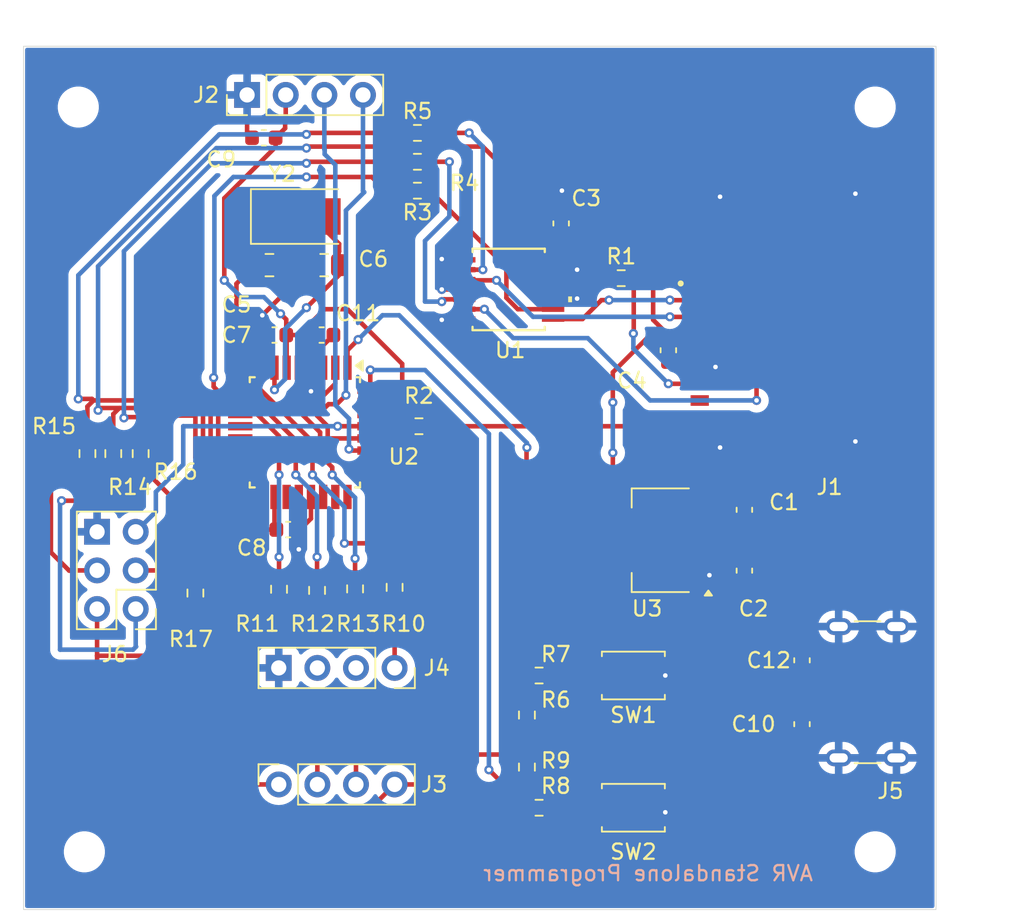
<source format=kicad_pcb>
(kicad_pcb (version 20240108) (generator "pcbnew") (generator_version "8.0")
  (layers (0 "F.Cu" signal) (31 "B.Cu" signal) (34 "B.Paste" user) (35 "F.Paste" user) (36 "B.SilkS" user "B.Silkscreen") (37 "F.SilkS" user "F.Silkscreen") (38 "B.Mask" user) (39 "F.Mask" user) (44 "Edge.Cuts" user))
  (net 0 "")
  (net 1 "+5V")
  (net 2 "GND")
  (net 3 "+3.3V")
  (net 4 "/MCU/XTAL2")
  (net 5 "/MCU/XTAL1")
  (net 6 "+5VA")
  (net 9 "/SD_Card/CS_LLS")
  (net 10 "/SD_Card/SCK_LLS")
  (net 11 "/SD_Card/DI_LLS")
  (net 12 "/SD_Card/D0_LLS")
  (net 14 "/MCU/SCL")
  (net 15 "/MCU/SDA")
  (net 16 "Net-(J3-Pin_3)")
  (net 17 "Net-(J3-Pin_2)")
  (net 18 "Net-(J3-Pin_1)")
  (net 21 "Net-(J4-Pin_1)")
  (net 24 "Net-(J6-SCK)")
  (net 25 "Net-(J6-MOSI)")
  (net 26 "/MCU/RESET")
  (net 27 "Net-(J6-MISO)")
  (net 28 "Net-(U1-4A)")
  (net 29 "/MCU/SD_SS")
  (net 30 "Net-(U1-3A)")
  (net 31 "/MCU/SCK")
  (net 32 "Net-(U1-2A)")
  (net 33 "/MCU/MOSI")
  (net 34 "Net-(U1-1A)")
  (net 35 "/Input/UP")
  (net 36 "Net-(SW1A-B)")
  (net 37 "/Input/DOWN")
  (net 38 "/MCU/S_SS_RESET")
  (net 39 "/MCU/S_MOSI")
  (net 40 "/MCU/S_MISO")
  (net 41 "/MCU/S_SCK")
  (net 42 "/MCU/MISO")
  (net 54 "Net-(SW2A-B)")
  (footprint "Resistor_SMD:R_0603_1608Metric" (layer "F.Cu") (at 134.9 65.6)
    (property "Reference" "R4")
    (property "Value" "3.3k")
  )
  (footprint "Resistor_SMD:R_0603_1608Metric" (layer "F.Cu") (at 114.9 84.8 -90)
    (property "Reference" "R14")
    (property "Value" "330R")
  )
  (footprint "Capacitor_SMD:C_0603_1608Metric" (layer "F.Cu") (at 124.8 64.02 180)
    (property "Reference" "C9")
    (property "Value" "10uF")
  )
  (footprint "Capacitor_SMD:C_0603_1608Metric" (layer "F.Cu") (at 160.1875 102.6 -90)
    (property "Reference" "C10")
    (property "Value" "10uF")
  )
  (footprint "Package_QFP:TQFP-32_7x7mm_P0.8mm" (layer "F.Cu") (at 127.5 83.4 -90)
    (property "Reference" "U2")
    (property "Value" "ATmega328P-A")
  )
  (footprint "CUI_MSD-3-A:CUI_MSD-3-A" (layer "F.Cu") (at 161.6625 75.85675 90)
    (property "Reference" "J1")
    (property "Value" "MSD-3-A")
  )
  (footprint "MountingHole:MountingHole_2.2mm_M2" (layer "F.Cu") (at 112.6 62)
    (property "Reference" "H1")
    (property "Value" "MountingHole")
  )
  (footprint "MountingHole:MountingHole_2.2mm_M2" (layer "F.Cu") (at 165 111)
    (property "Reference" "H3")
    (property "Value" "MountingHole")
  )
  (footprint "Resistor_SMD:R_0603_1608Metric" (layer "F.Cu") (at 148.3 73.25675)
    (property "Reference" "R1")
    (property "Value" "3.3k")
  )
  (footprint "Resistor_SMD:R_0603_1608Metric" (layer "F.Cu") (at 125.8 93.725 90)
    (property "Reference" "R11")
    (property "Value" "0R")
  )
  (footprint "Connector_PinSocket_2.54mm:PinSocket_1x04_P2.54mm_Vertical" (layer "F.Cu") (at 133.4 98.9 -90)
    (property "Reference" "J4")
    (property "Value" "Conn_01x04_Socket")
  )
  (footprint "Resistor_SMD:R_0603_1608Metric" (layer "F.Cu") (at 142.9 108.1)
    (property "Reference" "R8")
    (property "Value" "1k")
  )
  (footprint "Resistor_SMD:R_0603_1608Metric" (layer "F.Cu") (at 134.9 67.5 180)
    (property "Reference" "R3")
    (property "Value" "3.3k")
  )
  (footprint "Package_TO_SOT_SMD:SOT-223-3_TabPin2" (layer "F.Cu") (at 150.9 90.5 180)
    (property "Reference" "U3")
    (property "Value" "LD1117S33TR_SOT223")
  )
  (footprint "Resistor_SMD:R_0603_1608Metric" (layer "F.Cu") (at 134.9 63.7)
    (property "Reference" "R5")
    (property "Value" "3.3k")
  )
  (footprint "MountingHole:MountingHole_2.2mm_M2" (layer "F.Cu") (at 113 111)
    (property "Reference" "H4")
    (property "Value" "MountingHole")
  )
  (footprint "Capacitor_SMD:C_0603_1608Metric" (layer "F.Cu") (at 128.6 77)
    (property "Reference" "C11")
    (property "Value" "100nF")
  )
  (footprint "Connector_USB:USB_C_Receptacle_GCT_USB4125-xx-x_6P_TopMnt_Horizontal" (layer "F.Cu") (at 165.6 100.5 90)
    (property "Reference" "J5")
    (property "Value" "USB_C_Receptacle_PowerOnly_6P")
  )
  (footprint "Capacitor_SMD:C_0603_1608Metric" (layer "F.Cu") (at 156.4 88.5 90)
    (property "Reference" "C1")
    (property "Value" "100nF")
  )
  (footprint "74LPV125apw:SOT402-1_NEX" (layer "F.Cu") (at 140.9 74)
    (property "Reference" "U1")
    (property "Value" "74LVC125APW")
  )
  (footprint "Resistor_SMD:R_0603_1608Metric" (layer "F.Cu") (at 130.8 93.7 90)
    (property "Reference" "R13")
    (property "Value" "0R")
  )
  (footprint "Resistor_SMD:R_0603_1608Metric" (layer "F.Cu") (at 116.7 84.8 -90)
    (property "Reference" "R16")
    (property "Value" "330R")
  )
  (footprint "Capacitor_SMD:C_0805_2012Metric" (layer "F.Cu") (at 128.77 72.4 180)
    (property "Reference" "C6")
    (property "Value" "22uF")
  )
  (footprint "Capacitor_SMD:C_0603_1608Metric" (layer "F.Cu") (at 156.4 92.5 -90)
    (property "Reference" "C2")
    (property "Value" "10uF")
  )
  (footprint "Connector_PinHeader_2.54mm:PinHeader_2x03_P2.54mm_Vertical" (layer "F.Cu") (at 116.375 95.025 180)
    (property "Reference" "J6")
    (property "Value" "AVR-ISP-6")
  )
  (footprint "Capacitor_SMD:C_0603_1608Metric" (layer "F.Cu") (at 144.35 69.65675 90)
    (property "Reference" "C3")
    (property "Value" "100nF")
  )
  (footprint "Capacitor_SMD:C_0603_1608Metric" (layer "F.Cu") (at 151.4 78 -90)
    (property "Reference" "C4")
    (property "Value" "100nF")
  )
  (footprint "Connector_PinHeader_2.54mm:PinHeader_1x04_P2.54mm_Vertical" (layer "F.Cu") (at 123.7 61.2 90)
    (property "Reference" "J2")
    (property "Value" "Conn_01x04_Pin")
  )
  (footprint "Resistor_SMD:R_0603_1608Metric" (layer "F.Cu") (at 133.4 93.6 -90)
    (property "Reference" "R10")
    (property "Value" "0R")
  )
  (footprint "Capacitor_SMD:C_0603_1608Metric" (layer "F.Cu") (at 160.1875 98.4 90)
    (property "Reference" "C12")
    (property "Value" "10uF")
  )
  (footprint "Resistor_SMD:R_0603_1608Metric" (layer "F.Cu") (at 135 83)
    (property "Reference" "R2")
    (property "Value" "1k")
  )
  (footprint "Button_Switch_SMD:SW_Push_SPST_NO_Alps_SKRK" (layer "F.Cu") (at 149.1 99.4 180)
    (property "Reference" "SW1")
    (property "Value" "SW_DPST_x2")
  )
  (footprint "Connector_PinSocket_2.54mm:PinSocket_1x04_P2.54mm_Vertical" (layer "F.Cu") (at 125.78 106.567 90)
    (property "Reference" "J3")
    (property "Value" "Conn_01x04_Socket")
  )
  (footprint "Resistor_SMD:R_0603_1608Metric" (layer "F.Cu") (at 120.3 93.975 -90)
    (property "Reference" "R17")
    (property "Value" "100")
  )
  (footprint "Button_Switch_SMD:SW_Push_SPST_NO_Alps_SKRK" (layer "F.Cu") (at 149.1 108.1 180)
    (property "Reference" "SW2")
    (property "Value" "SW_DPST_x2")
  )
  (footprint "Resistor_SMD:R_0603_1608Metric" (layer "F.Cu") (at 142.1 102 -90)
    (property "Reference" "R6")
    (property "Value" "10k")
  )
  (footprint "Capacitor_SMD:C_0603_1608Metric" (layer "F.Cu") (at 126.4 89.8)
    (property "Reference" "C8")
    (property "Value" "10uF")
  )
  (footprint "Capacitor_SMD:C_0603_1608Metric" (layer "F.Cu") (at 125.5 77 180)
    (property "Reference" "C7")
    (property "Value" "100nF")
  )
  (footprint "Resistor_SMD:R_0603_1608Metric" (layer "F.Cu") (at 142.1 105.425 90)
    (property "Reference" "R9")
    (property "Value" "10k")
  )
  (footprint "Resistor_SMD:R_0603_1608Metric" (layer "F.Cu") (at 113.2 84.8 -90)
    (property "Reference" "R15")
    (property "Value" "330R")
  )
  (footprint "Resistor_SMD:R_0603_1608Metric" (layer "F.Cu") (at 128.3 93.8 90)
    (property "Reference" "R12")
    (property "Value" "0R")
  )
  (footprint "Crystal:Crystal_SMD_5032-2Pin_5.0x3.2mm" (layer "F.Cu") (at 127 69.2)
    (property "Reference" "Y2")
    (property "Value" "16Mhz")
  )
  (footprint "MountingHole:MountingHole_2.2mm_M2" (layer "F.Cu") (at 165 62)
    (property "Reference" "H2")
    (property "Value" "MountingHole")
  )
  (footprint "Resistor_SMD:R_0603_1608Metric" (layer "F.Cu") (at 142.9 99.4)
    (property "Reference" "R7")
    (property "Value" "1k")
  )
  (footprint "Capacitor_SMD:C_0805_2012Metric" (layer "F.Cu") (at 125.17 72.4)
    (property "Reference" "C5")
    (property "Value" "22uF")
  )
  (gr_rect (start 109 58) (end 169 114.8) (stroke (width 0.05)) (fill none) (layer "Edge.Cuts"))
  (gr_text "AVR Standalone Programmer" (at 161 113 0) (layer "B.SilkS") (effects (font (size 1 1)) (justify left bottom mirror)))
  (segment (start 142.1 104.6) (end 138.4 104.6) (width 0.3) (layer "F.Cu") (net 1))
  (segment (start 142.1 103.7) (end 142.1 104.6) (width 0.3) (layer "F.Cu") (net 1))
  (segment (start 113.835 101.235) (end 121.8 109.2) (width 0.3) (layer "F.Cu") (net 1))
  (segment (start 155.6 89.3125) (end 155.6375 89.275) (width 0.4) (layer "F.Cu") (net 1))
  (segment (start 127.825 76.275) (end 127.825 77) (width 0.3) (layer "F.Cu") (net 1))
  (segment (start 133.9 78.9) (end 130.3 75.3) (width 0.3) (layer "F.Cu") (net 1))
  (segment (start 162.52 102.02) (end 160.3825 102.02) (width 0.5) (layer "F.Cu") (net 1))
  (segment (start 159.175 99.175) (end 159 99) (width 0.3) (layer "F.Cu") (net 1))
  (segment (start 155.6375 89.275) (end 156.4 89.275) (width 0.4) (layer "F.Cu") (net 1))
  (segment (start 138.4 104.6) (end 136.4 106.6) (width 0.3) (layer "F.Cu") (net 1))
  (segment (start 154.4875 88.2) (end 155.6 89.3125) (width 0.4) (layer "F.Cu") (net 1))
  (segment (start 126.24 62.86) (end 126.24 61.2) (width 0.3) (layer "F.Cu") (net 1))
  (segment (start 156.4 101.8) (end 156.425 101.825) (width 0.3) (layer "F.Cu") (net 1))
  (segment (start 125.575 64.02) (end 126.2 63.395) (width 0.3) (layer "F.Cu") (net 1))
  (segment (start 127.825 77) (end 127.825 79.075) (width 0.3) (layer "F.Cu") (net 1))
  (segment (start 126.275 77) (end 127.825 77) (width 0.3) (layer "F.Cu") (net 1))
  (segment (start 160.3825 102.02) (end 160.1875 101.825) (width 0.5) (layer "F.Cu") (net 1))
  (segment (start 136.1 106.6) (end 136.067 106.567) (width 0.3) (layer "F.Cu") (net 1))
  (segment (start 125.575 64.625) (end 125.575 64.02) (width 0.3) (layer "F.Cu") (net 1))
  (segment (start 126.275 77) (end 126.275 75.975) (width 0.3) (layer "F.Cu") (net 1))
  (segment (start 134.425 81.6) (end 133.9 81.6) (width 0.3) (layer "F.Cu") (net 1))
  (segment (start 126.2 62.9) (end 126.24 62.86) (width 0.3) (layer "F.Cu") (net 1))
  (segment (start 133.4 106.567) (end 130.767 109.2) (width 0.3) (layer "F.Cu") (net 1))
  (segment (start 126.2 63.395) (end 126.2 62.9) (width 0.3) (layer "F.Cu") (net 1))
  (segment (start 156.1 101.8) (end 156.4 101.8) (width 0.3) (layer "F.Cu") (net 1))
  (segment (start 142.1 102.825) (end 142.1 103.7) (width 0.3) (layer "F.Cu") (net 1))
  (segment (start 126.3 79.15) (end 126.3 77.025) (width 0.3) (layer "F.Cu") (net 1))
  (segment (start 156.425 101.825) (end 160.1875 101.825) (width 0.3) (layer "F.Cu") (net 1))
  (segment (start 122.2 68) (end 125.575 64.625) (width 0.3) (layer "F.Cu") (net 1))
  (segment (start 136.4 106.6) (end 136.1 106.6) (width 0.3) (layer "F.Cu") (net 1))
  (segment (start 120.3 95.7) (end 120.3 94.8) (width 0.3) (layer "F.Cu") (net 1))
  (segment (start 128.8 75.3) (end 127.825 76.275) (width 0.3) (layer "F.Cu") (net 1))
  (segment (start 142.1 103.7) (end 154.2 103.7) (width 0.3) (layer "F.Cu") (net 1))
  (segment (start 157.275 89.275) (end 156.4 89.275) (width 0.3) (layer "F.Cu") (net 1))
  (segment (start 159 99) (end 159 91) (width 0.3) (layer "F.Cu") (net 1))
  (segment (start 122.2 73.4) (end 122.2 68) (width 0.3) (layer "F.Cu") (net 1))
  (segment (start 160.1875 101.825) (end 160.1875 99.175) (width 0.5) (layer "F.Cu") (net 1))
  (segment (start 159 91) (end 157.275 89.275) (width 0.3) (layer "F.Cu") (net 1))
  (segment (start 113.835 98.1) (end 117.9 98.1) (width 0.3) (layer "F.Cu") (net 1))
  (segment (start 162.52 98.98) (end 162.3875 98.98) (width 0.2) (layer "F.Cu") (net 1))
  (segment (start 127.825 79.075) (end 127.9 79.15) (width 0.3) (layer "F.Cu") (net 1))
  (segment (start 126.3 77.025) (end 126.275 77) (width 0.3) (layer "F.Cu") (net 1))
  (segment (start 133.9 81.6) (end 133.9 78.9) (width 0.3) (layer "F.Cu") (net 1))
  (segment (start 135.825 83) (end 148.85 83) (width 0.3) (layer "F.Cu") (net 1))
  (segment (start 162.52 98.98) (end 160.3825 98.98) (width 0.5) (layer "F.Cu") (net 1))
  (segment (start 130.767 109.2) (end 121.8 109.2) (width 0.3) (layer "F.Cu") (net 1))
  (segment (start 135.825 83) (end 134.425 81.6) (width 0.3) (layer "F.Cu") (net 1))
  (segment (start 113.835 98.1) (end 113.835 101.235) (width 0.3) (layer "F.Cu") (net 1))
  (segment (start 154.2 103.7) (end 156.1 101.8) (width 0.3) (layer "F.Cu") (net 1))
  (segment (start 162.3875 98.98) (end 162.3175 99.05) (width 0.2) (layer "F.Cu") (net 1))
  (segment (start 126.275 75.975) (end 125.9 75.6) (width 0.3) (layer "F.Cu") (net 1))
  (segment (start 113.835 95.025) (end 113.835 98.1) (width 0.3) (layer "F.Cu") (net 1))
  (segment (start 160.1875 99.175) (end 159.175 99.175) (width 0.3) (layer "F.Cu") (net 1))
  (segment (start 160.3825 98.98) (end 160.1875 99.175) (width 0.2) (layer "F.Cu") (net 1))
  (segment (start 117.9 98.1) (end 120.3 95.7) (width 0.3) (layer "F.Cu") (net 1))
  (segment (start 148.85 83) (end 154.05 88.2) (width 0.3) (layer "F.Cu") (net 1))
  (segment (start 154.05 88.2) (end 154.4875 88.2) (width 0.4) (layer "F.Cu") (net 1))
  (segment (start 136.067 106.567) (end 133.4 106.567) (width 0.3) (layer "F.Cu") (net 1))
  (segment (start 130.3 75.3) (end 128.8 75.3) (width 0.3) (layer "F.Cu") (net 1))
  (via (at 125.9 75.6) (size 0.6) (drill 0.3) (layers "F.Cu" "B.Cu") (net 1))
  (via (at 122.2 73.4) (size 0.6) (drill 0.3) (layers "F.Cu" "B.Cu") (net 1))
  (segment (start 123.3 74.5) (end 122.2 73.4) (width 0.3) (layer "B.Cu") (net 1))
  (segment (start 125.9 75.6) (end 124.8 74.5) (width 0.3) (layer "B.Cu") (net 1))
  (segment (start 124.8 74.5) (end 123.3 74.5) (width 0.3) (layer "B.Cu") (net 1))
  (segment (start 162.6 96.18) (end 162.6 97.67) (width 0.3) (layer "F.Cu") (net 2))
  (segment (start 161.075 103.375) (end 160.1875 103.375) (width 0.3) (layer "F.Cu") (net 2))
  (segment (start 124.7 75.7) (end 124.7 76.975) (width 0.3) (layer "F.Cu") (net 2))
  (segment (start 151.73175 79.10675) (end 151.4 78.775) (width 0.3) (layer "F.Cu") (net 2))
  (segment (start 124.7 76.975) (end 124.725 77) (width 0.3) (layer "F.Cu") (net 2))
  (segment (start 136.550001 75.949999) (end 136.5 76) (width 0.3) (layer "F.Cu") (net 2))
  (segment (start 154.49325 79.10675) (end 154.5 79.1) (width 0.3) (layer "F.Cu") (net 2))
  (segment (start 162.52 104.74) (end 162.6 104.82) (width 0.3) (layer "F.Cu") (net 2))
  (segment (start 127.175 89.8) (end 127.175 91.025) (width 0.3) (layer "F.Cu") (net 2))
  (segment (start 128.7 77.675) (end 129.375 77) (width 0.3) (layer "F.Cu") (net 2))
  (segment (start 153.4625 79.10675) (end 151.73175 79.10675) (width 0.3) (layer "F.Cu") (net 2))
  (segment (start 161.1 103.4) (end 161.075 103.375) (width 0.3) (layer "F.Cu") (net 2))
  (segment (start 124.025 64.02) (end 123.7 63.695) (width 0.3) (layer "F.Cu") (net 2))
  (segment (start 127.55 80.7) (end 127.9 80.7) (width 0.3) (layer "F.Cu") (net 2))
  (segment (start 143.821 74.650001) (end 145.349999 74.650001) (width 0.3) (layer "F.Cu") (net 2))
  (segment (start 137.979 74) (end 136.5 74) (width 0.3) (layer "F.Cu") (net 2))
  (segment (start 127.1 79.15) (end 127.1 80.25) (width 0.3) (layer "F.Cu") (net 2))
  (segment (start 128.25 80.7) (end 127.9 80.7) (width 0.3) (layer "F.Cu") (net 2))
  (segment (start 126.12 72.4) (end 126.12 74.28) (width 0.3) (layer "F.Cu") (net 2))
  (segment (start 154.8 84.4) (end 155.7 84.4) (width 0.5) (layer "F.Cu") (net 2))
  (segment (start 162.52 97.75) (end 161.25 97.75) (width 0.3) (layer "F.Cu") (net 2))
  (segment (start 156.4 85.1) (end 156.4 87.725) (width 0.5) (layer "F.Cu") (net 2))
  (segment (start 153.4625 79.10675) (end 154.49325 79.10675) (width 0.3) (layer "F.Cu") (net 2))
  (segment (start 155.225 93.275) (end 156.4 93.275) (width 0.5) (layer "F.Cu") (net 2))
  (segment (start 154.8125 84.3875) (end 154.8 84.4) (width 0.3) (layer "F.Cu") (net 2))
  (segment (start 128.7 80.25) (end 128.25 80.7) (width 0.3) (layer "F.Cu") (net 2))
  (segment (start 162.6 97.67) (end 162.52 97.75) (width 0.3) (layer "F.Cu") (net 2))
  (segment (start 126.12 74.28) (end 124.7 75.7) (width 0.3) (layer "F.Cu") (net 2))
  (segment (start 162.52 103.25) (end 161.25 103.25) (width 0.3) (layer "F.Cu") (net 2))
  (segment (start 145.349999 74.650001) (end 145.4 74.6) (width 0.3) (layer "F.Cu") (net 2))
  (segment (start 128.7 79.15) (end 128.7 77.675) (width 0.3) (layer "F.Cu") (net 2))
  (segment (start 128.7 79.15) (end 128.7 80.25) (width 0.3) (layer "F.Cu") (net 2))
  (segment (start 160.3125 103.25) (end 160.1875 103.375) (width 0.5) (layer "F.Cu") (net 2))
  (segment (start 155.2 93.3) (end 155.225 93.275) (width 0.5) (layer "F.Cu") (net 2))
  (segment (start 136.549999 72.049999) (end 136.5 72) (width 0.3) (layer "F.Cu") (net 2))
  (segment (start 144.35 68.88175) (end 144.35 67.55) (width 0.3) (layer "F.Cu") (net 2))
  (segment (start 161.25 97.75) (end 161.1 97.6) (width 0.3) (layer "F.Cu") (net 2))
  (segment (start 126.968606 72.4) (end 127.82 72.4) (width 0.3) (layer "F.Cu") (net 2))
  (segment (start 161.1 97.6) (end 161.075 97.625) (width 0.3) (layer "F.Cu") (net 2))
  (segment (start 127.9 89.075) (end 127.175 89.8) (width 0.3) (layer "F.Cu") (net 2))
  (segment (start 154.8125 84.35675) (end 154.8125 84.3875) (width 0.3) (layer "F.Cu") (net 2))
  (segment (start 161.075 97.625) (end 160.1875 97.625) (width 0.3) (layer "F.Cu") (net 2))
  (segment (start 154.7 92.8) (end 155.2 93.3) (width 0.5) (layer "F.Cu") (net 2))
  (segment (start 127.1 80.25) (end 127.55 80.7) (width 0.3) (layer "F.Cu") (net 2))
  (segment (start 154.1 92.8) (end 154.7 92.8) (width 0.5) (layer "F.Cu") (net 2))
  (segment (start 143.821 72.7) (end 145.4 72.7) (width 0.3) (layer "F.Cu") (net 2))
  (segment (start 161.25 103.25) (end 161.1 103.4) (width 0.3) (layer "F.Cu") (net 2))
  (segment (start 162.52 103.25) (end 162.52 104.74) (width 0.3) (layer "F.Cu") (net 2))
  (segment (start 155.7 84.4) (end 156.4 85.1) (width 0.5) (layer "F.Cu") (net 2))
  (segment (start 160.3125 97.75) (end 160.1875 97.625) (width 0.5) (layer "F.Cu") (net 2))
  (segment (start 123.7 63.695) (end 123.7 61.2) (width 0.3) (layer "F.Cu") (net 2))
  (segment (start 137.979 72.049999) (end 136.549999 72.049999) (width 0.3) (layer "F.Cu") (net 2))
  (segment (start 137.979 75.949999) (end 136.550001 75.949999) (width 0.3) (layer "F.Cu") (net 2))
  (segment (start 126.12 72.4) (end 126.968606 72.4) (width 0.3) (layer "F.Cu") (net 2))
  (segment (start 144.35 67.55) (end 144.4 67.5) (width 0.3) (layer "F.Cu") (net 2))
  (segment (start 127.9 87.65) (end 127.9 89.075) (width 0.3) (layer "F.Cu") (net 2))
  (segment (start 127.175 91.025) (end 127.1 91.1) (width 0.3) (layer "F.Cu") (net 2))
  (via (at 136.5 74) (size 0.6) (drill 0.3) (layers "F.Cu" "B.Cu") (net 2))
  (via (at 163.7 84) (size 0.6) (drill 0.3) (layers "F.Cu" "B.Cu") (net 2))
  (via (at 154.8 67.9) (size 0.6) (drill 0.3) (layers "F.Cu" "B.Cu") (net 2))
  (via (at 127.9 80.7) (size 0.6) (drill 0.3) (layers "F.Cu" "B.Cu") (net 2))
  (via (at 154.8 84.4) (size 0.6) (drill 0.3) (layers "F.Cu" "B.Cu") (net 2))
  (via (at 154.5 79.1) (size 0.6) (drill 0.3) (layers "F.Cu" "B.Cu") (net 2))
  (via (at 145.4 74.6) (size 0.6) (drill 0.3) (layers "F.Cu" "B.Cu") (net 2))
  (via (at 124.7 75.7) (size 0.6) (drill 0.3) (layers "F.Cu" "B.Cu") (net 2))
  (via (at 136.5 76) (size 0.6) (drill 0.3) (layers "F.Cu" "B.Cu") (net 2))
  (via (at 144.4 67.5) (size 0.6) (drill 0.3) (layers "F.Cu" "B.Cu") (net 2))
  (via (at 151.2 99.4) (size 0.6) (drill 0.3) (layers "F.Cu" "B.Cu") (net 2))
  (via (at 145.4 72.7) (size 0.6) (drill 0.3) (layers "F.Cu" "B.Cu") (net 2))
  (via (at 127.1 91.1) (size 0.6) (drill 0.3) (layers "F.Cu" "B.Cu") (net 2))
  (via (at 136.5 72) (size 0.6) (drill 0.3) (layers "F.Cu" "B.Cu") (net 2))
  (via (at 163.7 67.7) (size 0.6) (drill 0.3) (layers "F.Cu" "B.Cu") (net 2))
  (via (at 154.1 92.8) (size 0.6) (drill 0.3) (layers "F.Cu" "B.Cu") (net 2))
  (via (at 151.2 108.4) (size 0.6) (drill 0.3) (layers "F.Cu" "B.Cu") (net 2))
  (segment (start 151.4 77.225) (end 151.975 77.225) (width 0.3) (layer "F.Cu") (net 3))
  (segment (start 147.75 84.745131) (end 147.748379 84.74351) (width 0.3) (layer "F.Cu") (net 3))
  (segment (start 149.13175 70.43175) (end 144.35 70.43175) (width 0.3) (layer "F.Cu") (net 3))
  (segment (start 154.05 90.5) (end 147.75 90.5) (width 0.3) (layer "F.Cu") (net 3))
  (segment (start 151.975 77.225) (end 152.3 76.9) (width 0.3) (layer "F.Cu") (net 3))
  (segment (start 154.05 90.5) (end 154.3875 90.5) (width 0.4) (layer "F.Cu") (net 3))
  (segment (start 151.4 77) (end 150.4 76) (width 0.3) (layer "F.Cu") (net 3))
  (segment (start 154.3875 90.5) (end 155.6125 91.725) (width 0.4) (layer "F.Cu") (net 3))
  (segment (start 152.3 76.9) (end 152.6 76.9) (width 0.3) (layer "F.Cu") (net 3))
  (segment (start 144.35 70.43175) (end 144.35 71.521001) (width 0.3) (layer "F.Cu") (net 3))
  (segment (start 150.4 71.7) (end 149.13175 70.43175) (width 0.3) (layer "F.Cu") (net 3))
  (segment (start 147.748379 79.451621) (end 149.975 77.225) (width 0.3) (layer "F.Cu") (net 3))
  (segment (start 151.4 77.225) (end 151.4 77) (width 0.3) (layer "F.Cu") (net 3))
  (segment (start 155.6125 91.725) (end 156.4 91.725) (width 0.4) (layer "F.Cu") (net 3))
  (segment (start 152.60675 76.90675) (end 153.4625 76.90675) (width 0.3) (layer "F.Cu") (net 3))
  (segment (start 147.748379 81.431868) (end 147.748379 79.451621) (width 0.3) (layer "F.Cu") (net 3))
  (segment (start 150.4 76) (end 150.4 71.7) (width 0.3) (layer "F.Cu") (net 3))
  (segment (start 144.35 71.521001) (end 143.821 72.050001) (width 0.3) (layer "F.Cu") (net 3))
  (segment (start 152.6 76.9) (end 152.60675 76.90675) (width 0.3) (layer "F.Cu") (net 3))
  (segment (start 149.975 77.225) (end 151.4 77.225) (width 0.3) (layer "F.Cu") (net 3))
  (segment (start 147.75 90.5) (end 147.75 84.745131) (width 0.3) (layer "F.Cu") (net 3))
  (via (at 147.748379 84.74351) (size 0.6) (drill 0.3) (layers "F.Cu" "B.Cu") (net 3))
  (via (at 147.748379 81.431868) (size 0.6) (drill 0.3) (layers "F.Cu" "B.Cu") (net 3))
  (segment (start 147.748379 84.74351) (end 147.748379 81.431868) (width 0.3) (layer "B.Cu") (net 3))
  (segment (start 123 77.7) (end 123 73.62) (width 0.3) (layer "F.Cu") (net 4))
  (segment (start 124.7 79.15) (end 124.45 79.15) (width 0.3) (layer "F.Cu") (net 4))
  (segment (start 123 73.62) (end 124.22 72.4) (width 0.3) (layer "F.Cu") (net 4))
  (segment (start 124.45 79.15) (end 123 77.7) (width 0.3) (layer "F.Cu") (net 4))
  (segment (start 124.22 70.93) (end 124.22 72.4) (width 0.3) (layer "F.Cu") (net 4))
  (segment (start 125.15 70) (end 124.22 70.93) (width 0.3) (layer "F.Cu") (net 4))
  (segment (start 125.15 69.2) (end 125.15 70.05) (width 0.3) (layer "F.Cu") (net 4))
  (segment (start 125.15 69.2) (end 125.15 70) (width 0.3) (layer "F.Cu") (net 4))
  (segment (start 129.75 71) (end 129.75 71.5) (width 0.3) (layer "F.Cu") (net 5))
  (segment (start 125.5 80.6) (end 125.5 79.15) (width 0.3) (layer "F.Cu") (net 5))
  (segment (start 129.72 73.08) (end 129.72 72.4) (width 0.3) (layer "F.Cu") (net 5))
  (segment (start 129.72 71.53) (end 129.72 72.4) (width 0.3) (layer "F.Cu") (net 5))
  (segment (start 128.85 70.1) (end 129.75 71) (width 0.3) (layer "F.Cu") (net 5))
  (segment (start 128.85 69.2) (end 128.85 70.1) (width 0.3) (layer "F.Cu") (net 5))
  (segment (start 129.75 71.5) (end 129.72 71.53) (width 0.3) (layer "F.Cu") (net 5))
  (segment (start 127.6 75.2) (end 129.72 73.08) (width 0.3) (layer "F.Cu") (net 5))
  (via (at 127.6 75.2) (size 0.6) (drill 0.3) (layers "F.Cu" "B.Cu") (net 5))
  (via (at 125.5 80.6) (size 0.6) (drill 0.3) (layers "F.Cu" "B.Cu") (net 5))
  (segment (start 126.2 79.9) (end 126.2 76.6) (width 0.3) (layer "B.Cu") (net 5))
  (segment (start 126.2 76.6) (end 127.6 75.2) (width 0.3) (layer "B.Cu") (net 5))
  (segment (start 125.5 80.6) (end 126.2 79.9) (width 0.3) (layer "B.Cu") (net 5))
  (segment (start 125.625 89.8) (end 122.5 89.8) (width 0.3) (layer "F.Cu") (net 6))
  (segment (start 120.3 92) (end 120.3 93.15) (width 0.3) (layer "F.Cu") (net 6))
  (segment (start 125.5 87.65) (end 125.5 89.675) (width 0.3) (layer "F.Cu") (net 6))
  (segment (start 122.5 89.8) (end 120.3 92) (width 0.3) (layer "F.Cu") (net 6))
  (segment (start 125.5 89.675) (end 125.625 89.8) (width 0.3) (layer "F.Cu") (net 6))
  (segment (start 153.4625 74.70675) (end 151.50675 74.70675) (width 0.3) (layer "F.Cu") (net 9))
  (segment (start 145.749999 75.950001) (end 143.821 75.950001) (width 0.3) (layer "F.Cu") (net 9))
  (segment (start 147.5 74.7) (end 147 74.7) (width 0.3) (layer "F.Cu") (net 9))
  (segment (start 147 74.7) (end 145.749999 75.950001) (width 0.3) (layer "F.Cu") (net 9))
  (segment (start 151.50675 74.70675) (end 151.5 74.7) (width 0.3) (layer "F.Cu") (net 9))
  (via (at 151.5 74.7) (size 0.6) (drill 0.3) (layers "F.Cu" "B.Cu") (net 9))
  (via (at 147.5 74.7) (size 0.6) (drill 0.3) (layers "F.Cu" "B.Cu") (net 9))
  (segment (start 151.5 74.7) (end 147.5 74.7) (width 0.3) (layer "B.Cu") (net 9))
  (segment (start 157.1 78.5) (end 157.1 78.8) (width 0.3) (layer "F.Cu") (net 10))
  (segment (start 153.4625 78.00675) (end 156.60675 78.00675) (width 0.3) (layer "F.Cu") (net 10))
  (segment (start 157.1 78.8) (end 157.2 78.9) (width 0.3) (layer "F.Cu") (net 10))
  (segment (start 139.3 75.3) (end 137.979 75.3) (width 0.3) (layer "F.Cu") (net 10))
  (segment (start 156.60675 78.00675) (end 157.1 78.5) (width 0.3) (layer "F.Cu") (net 10))
  (segment (start 157.2 78.9) (end 157.2 81.3) (width 0.3) (layer "F.Cu") (net 10))
  (via (at 157.2 81.3) (size 0.6) (drill 0.3) (layers "F.Cu" "B.Cu") (net 10))
  (via (at 139.3 75.3) (size 0.6) (drill 0.3) (layers "F.Cu" "B.Cu") (net 10))
  (segment (start 150.2 81.3) (end 146.1 77.2) (width 0.3) (layer "B.Cu") (net 10))
  (segment (start 157.2 81.3) (end 150.2 81.3) (width 0.3) (layer "B.Cu") (net 10))
  (segment (start 146.1 77.2) (end 141.2 77.2) (width 0.3) (layer "B.Cu") (net 10))
  (segment (start 141.2 77.2) (end 139.3 75.3) (width 0.3) (layer "B.Cu") (net 10))
  (segment (start 153.4625 75.80675) (end 151.50675 75.80675) (width 0.3) (layer "F.Cu") (net 11))
  (segment (start 140.1 73.4) (end 138.028999 73.4) (width 0.3) (layer "F.Cu") (net 11))
  (segment (start 151.50675 75.80675) (end 151.5 75.8) (width 0.3) (layer "F.Cu") (net 11))
  (segment (start 138.028999 73.4) (end 137.979 73.350001) (width 0.3) (layer "F.Cu") (net 11))
  (via (at 140.1 73.4) (size 0.6) (drill 0.3) (layers "F.Cu" "B.Cu") (net 11))
  (via (at 151.5 75.8) (size 0.6) (drill 0.3) (layers "F.Cu" "B.Cu") (net 11))
  (segment (start 151.5 75.8) (end 142.5 75.8) (width 0.3) (layer "B.Cu") (net 11))
  (segment (start 142.5 75.8) (end 140.1 73.4) (width 0.3) (layer "B.Cu") (net 11))
  (segment (start 153.4625 80.20675) (end 151.40675 80.20675) (width 0.3) (layer "F.Cu") (net 12))
  (segment (start 149.125 76.775) (end 149.125 73.25675) (width 0.3) (layer "F.Cu") (net 12))
  (segment (start 151.40675 80.20675) (end 151.4 80.2) (width 0.3) (layer "F.Cu") (net 12))
  (segment (start 149.1 76.9) (end 149.1 76.8) (width 0.3) (layer "F.Cu") (net 12))
  (segment (start 149.1 76.8) (end 149.125 76.775) (width 0.3) (layer "F.Cu") (net 12))
  (via (at 151.4 80.2) (size 0.6) (drill 0.3) (layers "F.Cu" "B.Cu") (net 12))
  (via (at 149.1 76.9) (size 0.6) (drill 0.3) (layers "F.Cu" "B.Cu") (net 12))
  (segment (start 151.4 80.2) (end 149.1 77.9) (width 0.3) (layer "B.Cu") (net 12))
  (segment (start 149.1 77.9) (end 149.1 76.9) (width 0.3) (layer "B.Cu") (net 12))
  (segment (start 129 83.8) (end 131.75 83.8) (width 0.3) (layer "F.Cu") (net 14))
  (segment (start 129 83) (end 129 83.8) (width 0.3) (layer "F.Cu") (net 14))
  (segment (start 128.3 82.3) (end 129 83) (width 0.3) (layer "F.Cu") (net 14))
  (segment (start 129.6 81.55) (end 129.05 81.55) (width 0.3) (layer "F.Cu") (net 14))
  (segment (start 130.2 80.95) (end 129.6 81.55) (width 0.3) (layer "F.Cu") (net 14))
  (segment (start 129.05 81.55) (end 128.3 82.3) (width 0.3) (layer "F.Cu") (net 14))
  (via (at 130.2 80.95) (size 0.6) (drill 0.3) (layers "F.Cu" "B.Cu") (net 14))
  (segment (start 131.4 67.6) (end 131.32 67.52) (width 0.3) (layer "B.Cu") (net 14))
  (segment (start 130.2 68.8) (end 131.4 67.6) (width 0.3) (layer "B.Cu") (net 14))
  (segment (start 131.32 67.52) (end 131.32 61.2) (width 0.3) (layer "B.Cu") (net 14))
  (segment (start 130.2 80.95) (end 130.2 68.8) (width 0.3) (layer "B.Cu") (net 14))
  (segment (start 130.5 84.6) (end 130.4 84.5) (width 0.3) (layer "F.Cu") (net 15))
  (segment (start 131.75 84.6) (end 130.5 84.6) (width 0.3) (layer "F.Cu") (net 15))
  (via (at 130.4 84.5) (size 0.6) (drill 0.3) (layers "F.Cu" "B.Cu") (net 15))
  (segment (start 128.8 65.1) (end 128.8 64.8) (width 0.3) (layer "B.Cu") (net 15))
  (segment (start 128.8 64.8) (end 128.78 64.78) (width 0.3) (layer "B.Cu") (net 15))
  (segment (start 129.5 65.8) (end 128.8 65.1) (width 0.3) (layer "B.Cu") (net 15))
  (segment (start 128.78 64.78) (end 128.78 61.2) (width 0.3) (layer "B.Cu") (net 15))
  (segment (start 129.5 81.6) (end 129.5 65.8) (width 0.3) (layer "B.Cu") (net 15))
  (segment (start 130.4 82.5) (end 129.5 81.6) (width 0.3) (layer "B.Cu") (net 15))
  (segment (start 130.4 84.5) (end 130.4 82.5) (width 0.3) (layer "B.Cu") (net 15))
  (segment (start 129.6 103.2) (end 130.86 104.46) (width 0.3) (layer "F.Cu") (net 16))
  (segment (start 130.86 104.46) (end 130.86 106.567) (width 0.3) (layer "F.Cu") (net 16))
  (segment (start 130.8 94.525) (end 129.225 96.1) (width 0.3) (layer "F.Cu") (net 16))
  (segment (start 122.3 103.2) (end 129.6 103.2) (width 0.3) (layer "F.Cu") (net 16))
  (segment (start 122.3 96.2) (end 122.3 103.2) (width 0.3) (layer "F.Cu") (net 16))
  (segment (start 122.4 96.1) (end 122.3 96.2) (width 0.3) (layer "F.Cu") (net 16))
  (segment (start 129.225 96.1) (end 122.4 96.1) (width 0.3) (layer "F.Cu") (net 16))
  (segment (start 121.8 103.6) (end 121.9 103.7) (width 0.3) (layer "F.Cu") (net 17))
  (segment (start 128.32 105.02) (end 128.32 106.567) (width 0.3) (layer "F.Cu") (net 17))
  (segment (start 127.325 95.6) (end 122 95.6) (width 0.3) (layer "F.Cu") (net 17))
  (segment (start 128.3 94.625) (end 127.325 95.6) (width 0.3) (layer "F.Cu") (net 17))
  (segment (start 127 103.7) (end 128.32 105.02) (width 0.3) (layer "F.Cu") (net 17))
  (segment (start 121.8 95.8) (end 121.8 103.6) (width 0.3) (layer "F.Cu") (net 17))
  (segment (start 122 95.6) (end 121.8 95.8) (width 0.3) (layer "F.Cu") (net 17))
  (segment (start 121.9 103.7) (end 127 103.7) (width 0.3) (layer "F.Cu") (net 17))
  (segment (start 122 106.6) (end 122.033 106.567) (width 0.3) (layer "F.Cu") (net 18))
  (segment (start 121.3 95.5) (end 121.3 105.9) (width 0.3) (layer "F.Cu") (net 18))
  (segment (start 122.033 106.567) (end 125.78 106.567) (width 0.3) (layer "F.Cu") (net 18))
  (segment (start 122.25 94.55) (end 121.3 95.5) (width 0.3) (layer "F.Cu") (net 18))
  (segment (start 121.3 105.9) (end 122 106.6) (width 0.3) (layer "F.Cu") (net 18))
  (segment (start 125.8 94.55) (end 122.25 94.55) (width 0.3) (layer "F.Cu") (net 18))
  (segment (start 133.4 94.425) (end 133.4 98.9) (width 0.3) (layer "F.Cu") (net 21))
  (segment (start 118.1 92.5) (end 117.8 92.5) (width 0.3) (layer "F.Cu") (net 24))
  (segment (start 118.7 87.625) (end 118.7 91.9) (width 0.3) (layer "F.Cu") (net 24))
  (segment (start 116.7 85.625) (end 118.7 87.625) (width 0.3) (layer "F.Cu") (net 24))
  (segment (start 118.7 91.9) (end 118.1 92.5) (width 0.3) (layer "F.Cu") (net 24))
  (segment (start 117.785 92.485) (end 116.375 92.485) (width 0.3) (layer "F.Cu") (net 24))
  (segment (start 117.8 92.5) (end 117.785 92.485) (width 0.3) (layer "F.Cu") (net 24))
  (segment (start 112.015 92.485) (end 113.835 92.485) (width 0.3) (layer "F.Cu") (net 25))
  (segment (start 110.8 87.2) (end 110.8 91.3) (width 0.3) (layer "F.Cu") (net 25))
  (segment (start 113.2 85.625) (end 112.375 85.625) (width 0.3) (layer "F.Cu") (net 25))
  (segment (start 112.375 85.625) (end 110.8 87.2) (width 0.3) (layer "F.Cu") (net 25))
  (segment (start 110.8 91.3) (end 112 92.5) (width 0.3) (layer "F.Cu") (net 25))
  (segment (start 112 92.5) (end 112.015 92.485) (width 0.3) (layer "F.Cu") (net 25))
  (segment (start 131.75 83) (end 129.65 83) (width 0.3) (layer "F.Cu") (net 26))
  (segment (start 134.175 83) (end 131.75 83) (width 0.3) (layer "F.Cu") (net 26))
  (via (at 129.65 83) (size 0.6) (drill 0.3) (layers "F.Cu" "B.Cu") (net 26))
  (segment (start 117.7 87.319239) (end 117.7 88.62) (width 0.3) (layer "B.Cu") (net 26))
  (segment (start 119.5 85.519239) (end 117.7 87.319239) (width 0.3) (layer "B.Cu") (net 26))
  (segment (start 119.5 83) (end 119.5 85.519239) (width 0.3) (layer "B.Cu") (net 26))
  (segment (start 129.65 83) (end 119.5 83) (width 0.3) (layer "B.Cu") (net 26))
  (segment (start 117.7 88.62) (end 116.375 89.945) (width 0.3) (layer "B.Cu") (net 26))
  (segment (start 114.9 85.625) (end 112.625 87.9) (width 0.3) (layer "F.Cu") (net 27))
  (segment (start 112.625 87.9) (end 111.5 87.9) (width 0.3) (layer "F.Cu") (net 27))
  (via (at 111.5 87.9) (size 0.6) (drill 0.3) (layers "F.Cu" "B.Cu") (net 27))
  (segment (start 116.2 97.7) (end 116.4 97.5) (width 0.3) (layer "B.Cu") (net 27))
  (segment (start 111.4 88) (end 111.4 97.7) (width 0.3) (layer "B.Cu") (net 27))
  (segment (start 111.5 87.9) (end 111.4 88) (width 0.3) (layer "B.Cu") (net 27))
  (segment (start 116.4 97.5) (end 116.375 97.475) (width 0.3) (layer "B.Cu") (net 27))
  (segment (start 116.375 97.475) (end 116.375 95.025) (width 0.3) (layer "B.Cu") (net 27))
  (segment (start 111.4 97.7) (end 116.2 97.7) (width 0.3) (layer "B.Cu") (net 27))
  (segment (start 147.381749 73.350001) (end 143.821 73.350001) (width 0.3) (layer "F.Cu") (net 28))
  (segment (start 147.475 73.25675) (end 147.381749 73.350001) (width 0.3) (layer "F.Cu") (net 28))
  (segment (start 127.6 66.6) (end 131.9 66.6) (width 0.3) (layer "F.Cu") (net 29))
  (segment (start 122.2 84.6) (end 123.25 84.6) (width 0.3) (layer "F.Cu") (net 29))
  (segment (start 121.5 80.4) (end 121.8 80.7) (width 0.3) (layer "F.Cu") (net 29))
  (segment (start 121.9 84.3) (end 122.2 84.6) (width 0.3) (layer "F.Cu") (net 29))
  (segment (start 134.075 67.5) (end 132.8 67.5) (width 0.3) (layer "F.Cu") (net 29))
  (segment (start 121.5 79.8) (end 121.5 80.4) (width 0.3) (layer "F.Cu") (net 29))
  (segment (start 121.8 84.3) (end 121.9 84.3) (width 0.3) (layer "F.Cu") (net 29))
  (segment (start 121.8 80.7) (end 121.8 84.3) (width 0.3) (layer "F.Cu") (net 29))
  (segment (start 131.9 66.6) (end 132.8 67.5) (width 0.3) (layer "F.Cu") (net 29))
  (via (at 121.5 79.8) (size 0.6) (drill 0.3) (layers "F.Cu" "B.Cu") (net 29))
  (via (at 127.6 66.6) (size 0.6) (drill 0.3) (layers "F.Cu" "B.Cu") (net 29))
  (segment (start 121.55 67.85) (end 121.55 79.85) (width 0.3) (layer "B.Cu") (net 29))
  (segment (start 121.55 79.85) (end 121.5 79.8) (width 0.3) (layer "B.Cu") (net 29))
  (segment (start 122.8 66.6) (end 121.6 67.8) (width 0.3) (layer "B.Cu") (net 29))
  (segment (start 121.6 67.8) (end 121.55 67.85) (width 0.3) (layer "B.Cu") (net 29))
  (segment (start 127.6 66.6) (end 122.8 66.6) (width 0.3) (layer "B.Cu") (net 29))
  (segment (start 135.725 67.5) (end 140.75 72.525) (width 0.3) (layer "F.Cu") (net 30))
  (segment (start 140.75 74.55) (end 141.5 75.3) (width 0.3) (layer "F.Cu") (net 30))
  (segment (start 141.5 75.3) (end 143.821 75.3) (width 0.3) (layer "F.Cu") (net 30))
  (segment (start 135.8 67.175) (end 135.725 67.1) (width 0.3) (layer "F.Cu") (net 30))
  (segment (start 140.75 72.525) (end 140.75 74.55) (width 0.3) (layer "F.Cu") (net 30))
  (segment (start 117.1 82.4) (end 115.65 82.4) (width 0.3) (layer "F.Cu") (net 31))
  (segment (start 134.075 65.6) (end 127.7 65.6) (width 0.3) (layer "F.Cu") (net 31))
  (segment (start 115.65 82.4) (end 115.6 82.45) (width 0.3) (layer "F.Cu") (net 31))
  (segment (start 122.892893 87.65) (end 120.3 85.057107) (width 0.3) (layer "F.Cu") (net 31))
  (segment (start 117.2 82.3) (end 116.7 82.8) (width 0.3) (layer "F.Cu") (net 31))
  (segment (start 120.3 82.3) (end 117.2 82.3) (width 0.3) (layer "F.Cu") (net 31))
  (segment (start 117.2 82.3) (end 117.1 82.4) (width 0.3) (layer "F.Cu") (net 31))
  (segment (start 127.7 65.6) (end 127.6 65.7) (width 0.3) (layer "F.Cu") (net 31))
  (segment (start 120.3 85.057107) (end 120.3 82.3) (width 0.3) (layer "F.Cu") (net 31))
  (segment (start 124.7 87.65) (end 122.892893 87.65) (width 0.3) (layer "F.Cu") (net 31))
  (segment (start 116.7 82.8) (end 116.7 83.975) (width 0.3) (layer "F.Cu") (net 31))
  (via (at 127.6 65.7) (size 0.6) (drill 0.3) (layers "F.Cu" "B.Cu") (net 31))
  (via (at 115.6 82.45) (size 0.6) (drill 0.3) (layers "F.Cu" "B.Cu") (net 31))
  (segment (start 115.6 71.480761) (end 121.380761 65.7) (width 0.3) (layer "B.Cu") (net 31))
  (segment (start 115.6 82.45) (end 115.6 71.480761) (width 0.3) (layer "B.Cu") (net 31))
  (segment (start 121.380761 65.7) (end 127.6 65.7) (width 0.3) (layer "B.Cu") (net 31))
  (segment (start 135.725 65.6) (end 137 65.6) (width 0.3) (layer "F.Cu") (net 32))
  (segment (start 136.650004 74.649999) (end 137.979 74.649999) (width 0.3) (layer "F.Cu") (net 32))
  (segment (start 136.5 74.800003) (end 136.650004 74.649999) (width 0.3) (layer "F.Cu") (net 32))
  (via (at 136.5 74.800003) (size 0.6) (drill 0.3) (layers "F.Cu" "B.Cu") (net 32))
  (via (at 137 65.6) (size 0.6) (drill 0.3) (layers "F.Cu" "B.Cu") (net 32))
  (segment (start 135.4 74.8) (end 136.499997 74.8) (width 0.3) (layer "B.Cu") (net 32))
  (segment (start 137 65.6) (end 137 69.2) (width 0.3) (layer "B.Cu") (net 32))
  (segment (start 136.499997 74.8) (end 136.5 74.800003) (width 0.3) (layer "B.Cu") (net 32))
  (segment (start 137 69.2) (end 135.4 70.8) (width 0.3) (layer "B.Cu") (net 32))
  (segment (start 135.4 70.8) (end 135.4 74.8) (width 0.3) (layer "B.Cu") (net 32))
  (segment (start 113.6 81.3) (end 113.2 81.7) (width 0.3) (layer "F.Cu") (net 33))
  (segment (start 134.075 63.7) (end 127.7 63.7) (width 0.3) (layer "F.Cu") (net 33))
  (segment (start 123.25 85.4) (end 122.15 85.4) (width 0.3) (layer "F.Cu") (net 33))
  (segment (start 112.6 81.2) (end 113.5 81.2) (width 0.3) (layer "F.Cu") (net 33))
  (segment (start 122.15 85.4) (end 121.3 84.55) (width 0.3) (layer "F.Cu") (net 33))
  (segment (start 127.6 63.8) (end 127.580761 63.8) (width 0.3) (layer "F.Cu") (net 33))
  (segment (start 113.5 81.2) (end 113.6 81.3) (width 0.3) (layer "F.Cu") (net 33))
  (segment (start 113.2 81.7) (end 113.2 83.975) (width 0.3) (layer "F.Cu") (net 33))
  (segment (start 127.7 63.7) (end 127.6 63.8) (width 0.3) (layer "F.Cu") (net 33))
  (segment (start 121.3 84.55) (end 121.3 81.3) (width 0.3) (layer "F.Cu") (net 33))
  (segment (start 121.3 81.3) (end 113.6 81.3) (width 0.3) (layer "F.Cu") (net 33))
  (via (at 127.6 63.8) (size 0.6) (drill 0.3) (layers "F.Cu" "B.Cu") (net 33))
  (via (at 112.6 81.2) (size 0.6) (drill 0.3) (layers "F.Cu" "B.Cu") (net 33))
  (segment (start 127.6 63.8) (end 127.619239 63.8) (width 0.3) (layer "B.Cu") (net 33))
  (segment (start 112.6 73.066548) (end 112.6 81.2) (width 0.3) (layer "B.Cu") (net 33))
  (segment (start 127.619239 63.8) (end 121.866548 63.8) (width 0.3) (layer "B.Cu") (net 33))
  (segment (start 121.866548 63.8) (end 112.6 73.066548) (width 0.3) (layer "B.Cu") (net 33))
  (segment (start 138.3 63.7) (end 135.725 63.7) (width 0.3) (layer "F.Cu") (net 34))
  (segment (start 139.2 72.7) (end 137.979 72.7) (width 0.3) (layer "F.Cu") (net 34))
  (via (at 139.2 72.7) (size 0.6) (drill 0.3) (layers "F.Cu" "B.Cu") (net 34))
  (via (at 138.3 63.7) (size 0.6) (drill 0.3) (layers "F.Cu" "B.Cu") (net 34))
  (segment (start 139.2 72.7) (end 139.2 64.6) (width 0.3) (layer "B.Cu") (net 34))
  (segment (start 139.2 64.6) (end 138.3 63.7) (width 0.3) (layer "B.Cu") (net 34))
  (segment (start 142.075 99.4) (end 142.075 84.425) (width 0.3) (layer "F.Cu") (net 35))
  (segment (start 142.075 84.425) (end 142.1 84.4) (width 0.3) (layer "F.Cu") (net 35))
  (segment (start 142.075 101.15) (end 142.1 101.175) (width 0.3) (layer "F.Cu") (net 35))
  (segment (start 130.3 78) (end 130.3 79.15) (width 0.3) (layer "F.Cu") (net 35))
  (segment (start 142.075 99.4) (end 142.075 101.15) (width 0.3) (layer "F.Cu") (net 35))
  (segment (start 131 77.3) (end 130.3 78) (width 0.3) (layer "F.Cu") (net 35))
  (via (at 142.1 84.4) (size 0.6) (drill 0.3) (layers "F.Cu" "B.Cu") (net 35))
  (via (at 131 77.3) (size 0.6) (drill 0.3) (layers "F.Cu" "B.Cu") (net 35))
  (segment (start 142.1 84.4) (end 142.1 84.1) (width 0.3) (layer "B.Cu") (net 35))
  (segment (start 133.7 75.7) (end 132.6 75.7) (width 0.3) (layer "B.Cu") (net 35))
  (segment (start 142.1 84.1) (end 133.7 75.7) (width 0.3) (layer "B.Cu") (net 35))
  (segment (start 132.6 75.7) (end 131 77.3) (width 0.3) (layer "B.Cu") (net 35))
  (segment (start 143.725 99.4) (end 147 99.4) (width 0.3) (layer "F.Cu") (net 36))
  (segment (start 140.25 106.25) (end 139.6 105.6) (width 0.3) (layer "F.Cu") (net 37))
  (segment (start 142.1 106.25) (end 140.25 106.25) (width 0.3) (layer "F.Cu") (net 37))
  (segment (start 131.8 80.55) (end 131.75 80.6) (width 0.3) (layer "F.Cu") (net 37))
  (segment (start 142.1 108.075) (end 142.075 108.1) (width 0.3) (layer "F.Cu") (net 37))
  (segment (start 131.8 79.3) (end 131.8 80.55) (width 0.3) (layer "F.Cu") (net 37))
  (segment (start 142.1 106.25) (end 142.1 108.075) (width 0.3) (layer "F.Cu") (net 37))
  (via (at 139.6 105.6) (size 0.6) (drill 0.3) (layers "F.Cu" "B.Cu") (net 37))
  (via (at 131.8 79.3) (size 0.6) (drill 0.3) (layers "F.Cu" "B.Cu") (net 37))
  (segment (start 139.6 83.5) (end 135.4 79.3) (width 0.3) (layer "B.Cu") (net 37))
  (segment (start 135.4 79.3) (end 131.8 79.3) (width 0.3) (layer "B.Cu") (net 37))
  (segment (start 139.6 105.6) (end 139.6 83.5) (width 0.3) (layer "B.Cu") (net 37))
  (segment (start 132.6 90.7) (end 133.4 91.5) (width 0.3) (layer "F.Cu") (net 38))
  (segment (start 133.4 91.5) (end 133.4 92.775) (width 0.3) (layer "F.Cu") (net 38))
  (segment (start 123.25 80.6) (end 124.580761 80.6) (width 0.3) (layer "F.Cu") (net 38))
  (segment (start 124.580761 80.6) (end 128 84.019239) (width 0.3) (layer "F.Cu") (net 38))
  (segment (start 128 84.019239) (end 128 86.2) (width 0.3) (layer "F.Cu") (net 38))
  (segment (start 130.1 90.7) (end 132.6 90.7) (width 0.3) (layer "F.Cu") (net 38))
  (via (at 128 86.2) (size 0.6) (drill 0.3) (layers "F.Cu" "B.Cu") (net 38))
  (via (at 130.1 90.7) (size 0.6) (drill 0.3) (layers "F.Cu" "B.Cu") (net 38))
  (segment (start 128 86.2) (end 130.1 88.3) (width 0.3) (layer "B.Cu") (net 38))
  (segment (start 130.1 88.3) (end 130.1 90.7) (width 0.3) (layer "B.Cu") (net 38))
  (segment (start 125.8 83.65) (end 125.8 86.1) (width 0.3) (layer "F.Cu") (net 39))
  (segment (start 125.8 86.1) (end 125.8 86.2) (width 0.3) (layer "F.Cu") (net 39))
  (segment (start 123.25 82.2) (end 124.35 82.2) (width 0.3) (layer "F.Cu") (net 39))
  (segment (start 124.35 82.2) (end 125.8 83.65) (width 0.3) (layer "F.Cu") (net 39))
  (segment (start 125.8 91.6) (end 125.8 92.9) (width 0.3) (layer "F.Cu") (net 39))
  (via (at 125.8 91.6) (size 0.6) (drill 0.3) (layers "F.Cu" "B.Cu") (net 39))
  (via (at 125.8 86.2) (size 0.6) (drill 0.3) (layers "F.Cu" "B.Cu") (net 39))
  (segment (start 125.8 91.6) (end 125.8 86.2) (width 0.3) (layer "B.Cu") (net 39))
  (segment (start 126.9 86.2) (end 126.9 83.919239) (width 0.3) (layer "F.Cu") (net 40))
  (segment (start 124.380761 81.4) (end 123.25 81.4) (width 0.3) (layer "F.Cu") (net 40))
  (segment (start 128.3 91.6) (end 128.3 92.975) (width 0.3) (layer "F.Cu") (net 40))
  (segment (start 126.9 83.919239) (end 124.380761 81.4) (width 0.3) (layer "F.Cu") (net 40))
  (via (at 126.9 86.2) (size 0.6) (drill 0.3) (layers "F.Cu" "B.Cu") (net 40))
  (via (at 128.3 91.6) (size 0.6) (drill 0.3) (layers "F.Cu" "B.Cu") (net 40))
  (segment (start 128.3 87.6) (end 128.3 91.6) (width 0.3) (layer "B.Cu") (net 40))
  (segment (start 126.9 86.2) (end 128.3 87.6) (width 0.3) (layer "B.Cu") (net 40))
  (segment (start 129.5 79.15) (end 129.5 80.2) (width 0.3) (layer "F.Cu") (net 41))
  (segment (start 128.5 83.4) (end 128.5 84.9) (width 0.3) (layer "F.Cu") (net 41))
  (segment (start 129.3 85.7) (end 129.3 86.2) (width 0.3) (layer "F.Cu") (net 41))
  (segment (start 130.8 91.7) (end 130.8 92.875) (width 0.3) (layer "F.Cu") (net 41))
  (segment (start 127.4 82.3) (end 128.5 83.4) (width 0.3) (layer "F.Cu") (net 41))
  (segment (start 129.5 80.2) (end 127.4 82.3) (width 0.3) (layer "F.Cu") (net 41))
  (segment (start 128.5 84.9) (end 129.3 85.7) (width 0.3) (layer "F.Cu") (net 41))
  (via (at 130.8 91.7) (size 0.6) (drill 0.3) (layers "F.Cu" "B.Cu") (net 41))
  (via (at 129.3 86.2) (size 0.6) (drill 0.3) (layers "F.Cu" "B.Cu") (net 41))
  (segment (start 130.8 87.7) (end 130.8 91.7) (width 0.3) (layer "B.Cu") (net 41))
  (segment (start 129.3 86.2) (end 130.8 87.7) (width 0.3) (layer "B.Cu") (net 41))
  (segment (start 115.3 81.8) (end 114.9 82.2) (width 0.3) (layer "F.Cu") (net 42))
  (segment (start 141.4 66.8) (end 139.2 64.6) (width 0.3) (layer "F.Cu") (net 42))
  (segment (start 123.25 86.2) (end 122.15 86.2) (width 0.3) (layer "F.Cu") (net 42))
  (segment (start 142.7844 74) (end 141.4 72.6156) (width 0.3) (layer "F.Cu") (net 42))
  (segment (start 139.2 64.6) (end 127.7 64.6) (width 0.3) (layer "F.Cu") (net 42))
  (segment (start 114.05 81.8) (end 113.9 81.95) (width 0.3) (layer "F.Cu") (net 42))
  (segment (start 114.9 82.2) (end 114.9 83.975) (width 0.3) (layer "F.Cu") (net 42))
  (segment (start 115.3 81.8) (end 114.05 81.8) (width 0.3) (layer "F.Cu") (net 42))
  (segment (start 143.821 74) (end 142.7844 74) (width 0.3) (layer "F.Cu") (net 42))
  (segment (start 120.8 81.8) (end 115.3 81.8) (width 0.3) (layer "F.Cu") (net 42))
  (segment (start 141.4 72.6156) (end 141.4 66.8) (width 0.3) (layer "F.Cu") (net 42))
  (segment (start 120.8 84.85) (end 120.8 81.8) (width 0.3) (layer "F.Cu") (net 42))
  (segment (start 122.15 86.2) (end 120.8 84.85) (width 0.3) (layer "F.Cu") (net 42))
  (segment (start 127.7 64.6) (end 127.6 64.7) (width 0.3) (layer "F.Cu") (net 42))
  (via (at 113.9 81.95) (size 0.6) (drill 0.3) (layers "F.Cu" "B.Cu") (net 42))
  (via (at 127.6 64.7) (size 0.6) (drill 0.3) (layers "F.Cu" "B.Cu") (net 42))
  (segment (start 127.6 64.7) (end 121.673655 64.7) (width 0.3) (layer "B.Cu") (net 42))
  (segment (start 121.673655 64.7) (end 113.9 72.473655) (width 0.3) (layer "B.Cu") (net 42))
  (segment (start 113.9 72.473655) (end 113.9 81.95) (width 0.3) (layer "B.Cu") (net 42))
  (segment (start 143.725 108.1) (end 147 108.1) (width 0.3) (layer "F.Cu") (net 54))
  (zone (net 2) (net_name "GND") (layer "B.Cu") (connect_pads (clearance 0.5)) (min_thickness 0.25) (fill yes (thermal_gap 0.5) (thermal_bridge_width 0.5))
    (polygon (pts (xy 169.5 115) (xy 169.5 57.5) (xy 108.5 57.5) (xy 108.5 115)))
  )
)
</source>
